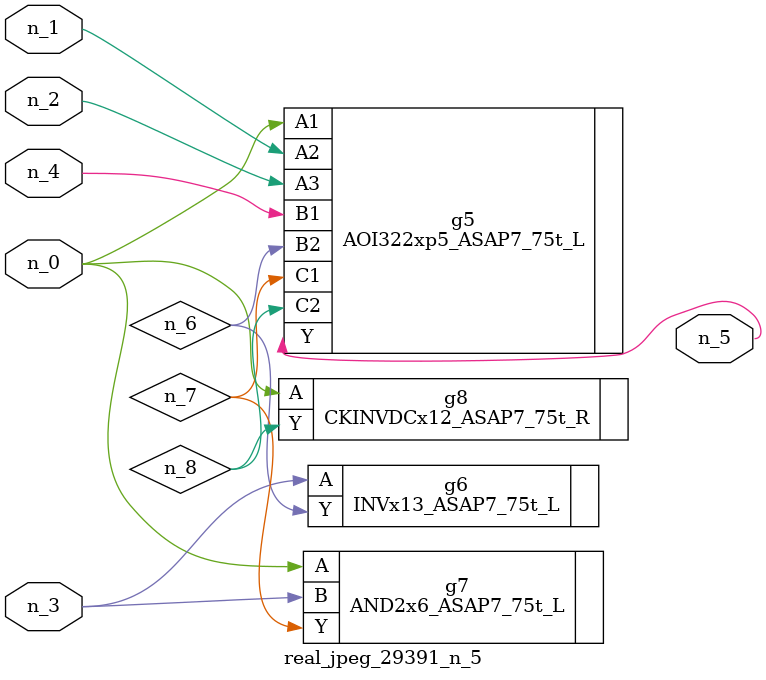
<source format=v>
module real_jpeg_29391_n_5 (n_4, n_0, n_1, n_2, n_3, n_5);

input n_4;
input n_0;
input n_1;
input n_2;
input n_3;

output n_5;

wire n_8;
wire n_6;
wire n_7;

AOI322xp5_ASAP7_75t_L g5 ( 
.A1(n_0),
.A2(n_1),
.A3(n_2),
.B1(n_4),
.B2(n_6),
.C1(n_7),
.C2(n_8),
.Y(n_5)
);

AND2x6_ASAP7_75t_L g7 ( 
.A(n_0),
.B(n_3),
.Y(n_7)
);

CKINVDCx12_ASAP7_75t_R g8 ( 
.A(n_0),
.Y(n_8)
);

INVx13_ASAP7_75t_L g6 ( 
.A(n_3),
.Y(n_6)
);


endmodule
</source>
